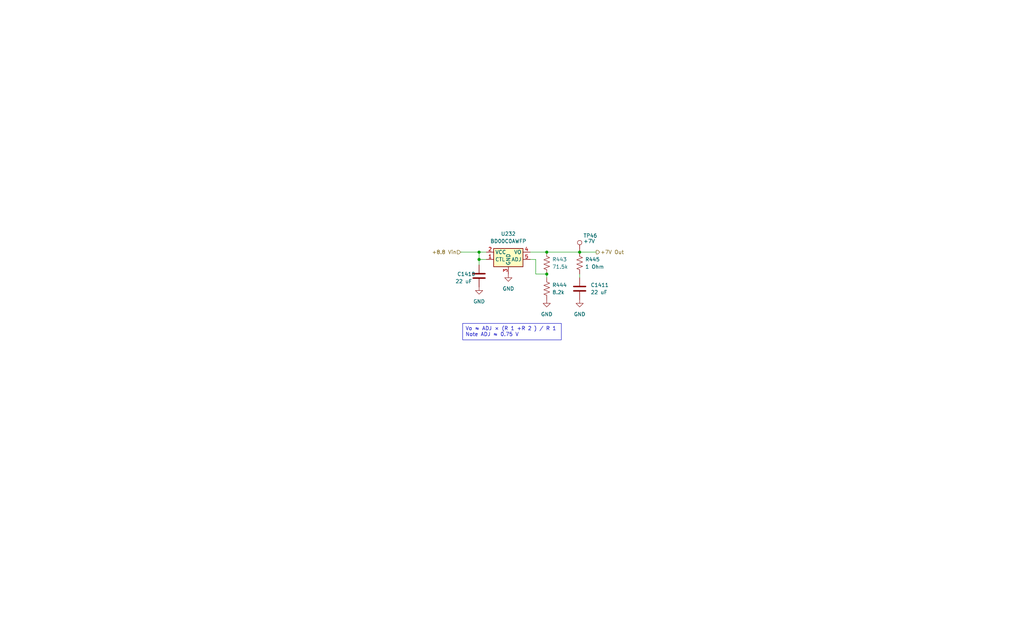
<source format=kicad_sch>
(kicad_sch (version 20231120) (generator "eeschema") (generator_version "8.0")
  (paper "USLegal")
  (title_block (title "ARX 2-Channel Notional BOM Version") (date "2024-07-31") (rev "2.0"))
  (lib_symbols
    (symbol "Connector:TestPoint" (pin_numbers hide) (pin_names (offset 0.762) hide)
      (property "Reference" "TP" (at 0 6.858 0))
      (property "Value" "TestPoint" (at 0 5.08 0))
      (symbol "TestPoint_0_1"
        (circle (center 0 3.302) (radius 0.762))
      )
      (symbol "TestPoint_1_1"
        (pin passive line (at 0 0 90) (length 2.54) (name "1") (number "1"))
      )
    )
    (symbol "Device:C" (pin_numbers hide) (pin_names (offset 0.254))
      (property "Reference" "C" (at 0.635 2.54 0))
      (property "Value" "C" (at 0.635 -2.54 0))
      (symbol "C_0_1"
        (polyline (pts (xy -2.032 -0.762) (xy 2.032 -0.762)) (stroke (width 0.508)))
        (polyline (pts (xy -2.032 0.762) (xy 2.032 0.762)) (stroke (width 0.508)))
      )
      (symbol "C_1_1"
        (pin passive line (at 0 3.81 270) (length 2.794) (name "~") (number "1"))
        (pin passive line (at 0 -3.81 90) (length 2.794) (name "~") (number "2"))
      )
    )
    (symbol "Device:R_US" (pin_numbers hide) (pin_names (offset 0))
      (property "Reference" "R" (at 2.54 0 90))
      (property "Value" "R_US" (at -2.54 0 90))
      (symbol "R_US_0_1"
        (polyline (pts (xy 0 -2.286) (xy 0 -2.54)))
        (polyline (pts (xy 0 2.286) (xy 0 2.54)))
        (polyline (pts (xy 0 -0.762) (xy 1.016 -1.143) (xy 0 -1.524) (xy -1.016 -1.905) (xy 0 -2.286)))
        (polyline (pts (xy 0 0.762) (xy 1.016 0.381) (xy 0 0) (xy -1.016 -0.381) (xy 0 -0.762)))
        (polyline (pts (xy 0 2.286) (xy 1.016 1.905) (xy 0 1.524) (xy -1.016 1.143) (xy 0 0.762)))
      )
      (symbol "R_US_1_1"
        (pin passive line (at 0 3.81 270) (length 1.27) (name "~") (number "1"))
        (pin passive line (at 0 -3.81 90) (length 1.27) (name "~") (number "2"))
      )
    )
    (symbol "LWA_RF:BD00C0AWFP"
      (property "Reference" "U" (at 0 7.62 0))
      (property "Value" "BD00C0AWFP" (at 0 5.08 0))
      (symbol "BD00C0AWFP_1_1"
        (rectangle (start -5.08 -5.08) (end 5.08 1.27) (stroke (width 0.254)) (fill (type background)))
        (pin input line (at -7.62 -2.54 0) (length 2.54) (name "CTL") (number "1"))
        (pin power_in line (at -7.62 0 0) (length 2.54) (name "VCC") (number "2"))
        (pin power_in line (at 0 -7.62 90) (length 2.54) (name "GND") (number "3"))
        (pin power_out line (at 7.62 0 180) (length 2.54) (name "VO") (number "4"))
        (pin input line (at 7.62 -2.54 180) (length 2.54) (name "ADJ") (number "5"))
      )
    )
    (symbol "power:GND" (power) (pin_names (offset 0))
      (property "Value" "GND" (at 0 -3.81 0))
      (symbol "GND_0_1"
        (polyline (pts (xy 0 0) (xy 0 -1.27) (xy 1.27 -1.27) (xy 0 -2.54) (xy -1.27 -1.27) (xy 0 -1.27)))
      )
      (symbol "GND_1_1"
        (pin power_in line (at 0 0 270) (length 0) hide (name "GND") (number "1"))
      )
    )
  )
  (junction (at 166.37 90.17))
  (junction (at 189.865 87.63))
  (junction (at 201.295 87.63))
  (junction (at 189.865 95.25))
  (junction (at 166.37 87.63))
  (wire (pts (xy 201.295 95.25) (xy 201.295 96.52)))
  (wire (pts (xy 184.15 90.17) (xy 186.055 90.17)))
  (wire (pts (xy 166.37 87.63) (xy 168.91 87.63)))
  (wire (pts (xy 184.15 87.63) (xy 189.865 87.63)))
  (wire (pts (xy 166.37 90.17) (xy 166.37 87.63)))
  (wire (pts (xy 186.055 95.25) (xy 186.055 90.17)))
  (wire (pts (xy 201.295 87.63) (xy 207.01 87.63)))
  (wire (pts (xy 166.37 90.17) (xy 166.37 92.075)))
  (wire (pts (xy 189.865 95.25) (xy 186.055 95.25)))
  (wire (pts (xy 189.865 96.52) (xy 189.865 95.25)))
  (wire (pts (xy 160.02 87.63) (xy 166.37 87.63)))
  (wire (pts (xy 189.865 87.63) (xy 201.295 87.63)))
  (wire (pts (xy 168.91 90.17) (xy 166.37 90.17)))
  (text_box "Vo ≈ ADJ × (R 1 +R 2 ) / R 1\nNote ADJ ≈ 0.75 V" (at 160.655 112.395 0) (size 34.29 5.715) (effects (font (size 1.27 1.27)) (justify left top)))
  (hierarchical_label "+7V Out" (shape output) (at 207.01 87.63 0))
  (hierarchical_label "+8.8 Vin" (shape input) (at 160.02 87.63 180))
  (symbol (lib_id "Device:R_US") (at 189.865 91.44 0) (unit 1)
    (property "Reference" "R443" (at 191.77 90.17 0) (effects (justify left)))
    (property "Value" "71.5k" (at 191.77 92.71 0) (effects (justify left)))
    (property "Footprint" "Resistor_SMD:R_0805_2012Metric_Pad1.20x1.40mm_HandSolder" (effects (hide yes)))
    (property "Datasheet" "https://www.yageo.com/upload/media/product/productsearch/datasheet/rchip/PYu-RC_Group_51_RoHS_L_12.pdf" (effects (hide yes)))
    (property "MFGR" "YAGEO" (effects (hide yes)))
    (property "MPN" "RC0805FR-0771K5L" (effects (hide yes)))
    (property "Unit Cost" "0.02" (effects (hide yes)))
    (property "Stock" "229895" (effects (hide yes)))
    (property "Stock Date" "09/19/2023" (effects (hide yes)))
    (property "Desc" "RES 71.5K OHM 1% 1/8W 0805" (effects (hide yes)))
    (property "Power" "1/8W" (effects (hide yes)))
    (property "Tolerance" "1%" (effects (hide yes)))
    (instances (project "ARX" (path "" (reference "R443") (unit 1)) (path "" (reference "R426") (unit 1)) (path "" (reference "R430") (unit 1)) (path "" (reference "R422") (unit 1)) (path "" (reference "R14") (unit 1)) (path "" (reference "R437") (unit 1)) (path "" (reference "R446") (unit 1)) (path "" (reference "R440") (unit 1))))
  )
  (symbol (lib_id "Device:C") (at 201.295 100.33 0) (unit 1)
    (property "Reference" "C1411" (at 205.105 99.06 0) (effects (justify left)))
    (property "Value" "22 uF" (at 205.105 101.6 0) (effects (justify left)))
    (property "Footprint" "Capacitor_SMD:C_1206_3216Metric_Pad1.33x1.80mm_HandSolder" (effects (hide yes)))
    (property "Datasheet" "https://www.yageo.com/upload/media/product/productsearch/datasheet/mlcc/UPY-GPHC_X7R_6.3V-to-50V_18.pdf" (effects (hide yes)))
    (property "MFGR" "Taiyo Yuden" (effects (hide yes)))
    (property "MPN" "EMK316BB7226ML-T" (effects (hide yes)))
    (property "Tolerance" "10%" (effects (hide yes)))
    (property "Voltage Rating" "16 V" (effects (hide yes)))
    (property "Temp Coeff" "X7R" (effects (hide yes)))
    (property "Power" "NA" (effects (hide yes)))
    (property "Unit Cost" "0.75" (effects (hide yes)))
    (property "Stock" "201737" (effects (hide yes)))
    (property "Stock Date" "09/15/2023" (effects (hide yes)))
    (property "Desc" "CAP CER 22UF 16V X7R 1206" (effects (hide yes)))
    (instances (project "ARX" (path "" (reference "C1411") (unit 1)) (path "" (reference "C1403") (unit 1)) (path "" (reference "C1405") (unit 1)) (path "" (reference "C1401") (unit 1)) (path "" (reference "C6") (unit 1)) (path "" (reference "C1407") (unit 1)) (path "" (reference "C1413") (unit 1)) (path "" (reference "C1409") (unit 1))))
  )
  (symbol (lib_id "Connector:TestPoint") (at 201.295 87.63 0) (unit 1)
    (property "Reference" "TP46" (at 202.565 81.915 0) (effects (justify left)))
    (property "Value" "+7V" (at 202.565 83.82 0) (effects (justify left)))
    (property "Footprint" "LWA RF:Harwin_TP_S1751-46R" (effects (hide yes)))
    (property "Datasheet" "https://cdn.harwin.com/pdfs/S1751R.pdf" (effects (hide yes)))
    (property "MFGR" "Harwin Inc." (effects (hide yes)))
    (property "MPN" "S1751-46R" (effects (hide yes)))
    (property "Unit Cost" "0.26" (effects (hide yes)))
    (property "Stock" "137718" (effects (hide yes)))
    (property "Stock Date" "11/23/2023" (effects (hide yes)))
    (property "Desc" "PC TEST POINT NATURAL" (effects (hide yes)))
    (instances (project "ARX" (path "" (reference "TP46") (unit 1)) (path "" (reference "TP42") (unit 1)) (path "" (reference "TP43") (unit 1)) (path "" (reference "TP41") (unit 1)) (path "" (reference "TP12") (unit 1)) (path "" (reference "TP44") (unit 1)) (path "" (reference "TP47") (unit 1)) (path "" (reference "TP45") (unit 1))))
  )
  (symbol (lib_id "Device:C") (at 166.37 95.885 0) (unit 1)
    (property "Reference" "C1410" (at 158.75 95.25 0) (effects (justify left)))
    (property "Value" "22 uF" (at 158.115 97.79 0) (effects (justify left)))
    (property "Footprint" "Capacitor_SMD:C_1206_3216Metric_Pad1.33x1.80mm_HandSolder" (effects (hide yes)))
    (property "Datasheet" "https://www.yageo.com/upload/media/product/productsearch/datasheet/mlcc/UPY-GPHC_X7R_6.3V-to-50V_18.pdf" (effects (hide yes)))
    (property "MFGR" "Taiyo Yuden" (effects (hide yes)))
    (property "MPN" "EMK316BB7226ML-T" (effects (hide yes)))
    (property "Tolerance" "10%" (effects (hide yes)))
    (property "Voltage Rating" "16 V" (effects (hide yes)))
    (property "Temp Coeff" "X7R" (effects (hide yes)))
    (property "Power" "NA" (effects (hide yes)))
    (property "Unit Cost" "0.75" (effects (hide yes)))
    (property "Stock" "201737" (effects (hide yes)))
    (property "Stock Date" "09/15/2023" (effects (hide yes)))
    (property "Desc" "CAP CER 22UF 16V X7R 1206" (effects (hide yes)))
    (instances (project "ARX" (path "" (reference "C1410") (unit 1)) (path "" (reference "C1402") (unit 1)) (path "" (reference "C1404") (unit 1)) (path "" (reference "C1400") (unit 1)) (path "" (reference "C5") (unit 1)) (path "" (reference "C1406") (unit 1)) (path "" (reference "C1412") (unit 1)) (path "" (reference "C1408") (unit 1))))
  )
  (symbol (lib_id "power:GND") (at 176.53 95.25 0) (unit 1)
    (property "Reference" "#PWR01386" (effects (hide yes)))
    (property "Value" "GND" (at 176.53 100.33 0))
    (instances (project "ARX" (path "" (reference "#PWR01386") (unit 1)) (path "" (reference "#PWR01365") (unit 1)) (path "" (reference "#PWR01370") (unit 1)) (path "" (reference "#PWR01360") (unit 1)) (path "" (reference "#PWR039") (unit 1)) (path "" (reference "#PWR01378") (unit 1)) (path "" (reference "#PWR01390") (unit 1)) (path "" (reference "#PWR01382") (unit 1))))
  )
  (symbol (lib_id "power:GND") (at 189.865 104.14 0) (unit 1)
    (property "Reference" "#PWR01387" (effects (hide yes)))
    (property "Value" "GND" (at 189.865 109.22 0))
    (instances (project "ARX" (path "" (reference "#PWR01387") (unit 1)) (path "" (reference "#PWR01366") (unit 1)) (path "" (reference "#PWR01371") (unit 1)) (path "" (reference "#PWR01361") (unit 1)) (path "" (reference "#PWR040") (unit 1)) (path "" (reference "#PWR01379") (unit 1)) (path "" (reference "#PWR01391") (unit 1)) (path "" (reference "#PWR01383") (unit 1))))
  )
  (symbol (lib_id "LWA_RF:BD00C0AWFP") (at 176.53 87.63 0) (unit 1)
    (property "Reference" "U232" (at 176.53 81.28 0))
    (property "Value" "BD00C0AWFP" (at 176.53 83.82 0))
    (property "Footprint" "LWA RF:TO-252-4_Thermal_Vias" (effects (hide yes)))
    (property "Datasheet" "https://fscdn.rohm.com/en/products/databook/datasheet/ic/power/linear_regulator/bdxxfc0wefj-e.pdf" (effects (hide yes)))
    (property "MFGR" "Rohm Semiconductor" (effects (hide yes)))
    (property "MPN" "BD00C0AWFP-CE2" (effects (hide yes)))
    (property "Unit Cost" "1.12" (effects (hide yes)))
    (property "Stock" "3683" (effects (hide yes)))
    (property "Stock Date" "11/23/2023" (effects (hide yes)))
    (property "Desc" "IC REG LINEAR POS ADJ 1A TO252-5" (effects (hide yes)))
    (instances (project "ARX" (path "" (reference "U232") (unit 1)) (path "" (reference "U228") (unit 1)) (path "" (reference "U229") (unit 1)) (path "" (reference "U227") (unit 1)) (path "" (reference "U7") (unit 1)) (path "" (reference "U230") (unit 1)) (path "" (reference "U233") (unit 1)) (path "" (reference "U231") (unit 1))))
  )
  (symbol (lib_id "Device:R_US") (at 189.865 100.33 0) (unit 1)
    (property "Reference" "R444" (at 191.77 99.06 0) (effects (justify left)))
    (property "Value" "8.2k" (at 191.77 101.6 0) (effects (justify left)))
    (property "Footprint" "Resistor_SMD:R_0805_2012Metric_Pad1.20x1.40mm_HandSolder" (effects (hide yes)))
    (property "Datasheet" "https://www.yageo.com/upload/media/product/productsearch/datasheet/rchip/PYu-RC_Group_51_RoHS_L_12.pdf" (effects (hide yes)))
    (property "MFGR" "YAGEO" (effects (hide yes)))
    (property "MPN" "RC0805JR-078K2L" (effects (hide yes)))
    (property "Unit Cost" "0.10" (effects (hide yes)))
    (property "Stock" "1639877" (effects (hide yes)))
    (property "Stock Date" "09/17/2023" (effects (hide yes)))
    (property "Desc" "RES 8.2K OHM 5% 1/8W 0805" (effects (hide yes)))
    (property "Power" "1/8 W" (effects (hide yes)))
    (property "Tolerance" "1%" (effects (hide yes)))
    (instances (project "ARX" (path "" (reference "R444") (unit 1)) (path "" (reference "R427") (unit 1)) (path "" (reference "R431") (unit 1)) (path "" (reference "R423") (unit 1)) (path "" (reference "R15") (unit 1)) (path "" (reference "R438") (unit 1)) (path "" (reference "R447") (unit 1)) (path "" (reference "R441") (unit 1))))
  )
  (symbol (lib_id "power:GND") (at 166.37 99.695 0) (unit 1)
    (property "Reference" "#PWR01385" (effects (hide yes)))
    (property "Value" "GND" (at 166.37 104.775 0))
    (instances (project "ARX" (path "" (reference "#PWR01385") (unit 1)) (path "" (reference "#PWR01364") (unit 1)) (path "" (reference "#PWR01369") (unit 1)) (path "" (reference "#PWR01359") (unit 1)) (path "" (reference "#PWR038") (unit 1)) (path "" (reference "#PWR01377") (unit 1)) (path "" (reference "#PWR01389") (unit 1)) (path "" (reference "#PWR01381") (unit 1))))
  )
  (symbol (lib_id "Device:R_US") (at 201.295 91.44 0) (unit 1)
    (property "Reference" "R445" (at 203.2 90.17 0) (effects (justify left)))
    (property "Value" "1 Ohm" (at 203.2 92.71 0) (effects (justify left)))
    (property "Footprint" "Resistor_SMD:R_0805_2012Metric_Pad1.20x1.40mm_HandSolder" (effects (hide yes)))
    (property "Datasheet" "https://www.yageo.com/upload/media/product/productsearch/datasheet/rchip/PYu-RC_Group_51_RoHS_L_12.pdf" (effects (hide yes)))
    (property "MFGR" "YAGEO" (effects (hide yes)))
    (property "MPN" "RC0805FR-071RL" (effects (hide yes)))
    (property "Unit Cost" "0.10" (effects (hide yes)))
    (property "Stock" "937292" (effects (hide yes)))
    (property "Stock Date" "09/15/2023" (effects (hide yes)))
    (property "Desc" "RES 1 OHM 1% 1/8W 0805" (effects (hide yes)))
    (property "Power" "1/8 W" (effects (hide yes)))
    (property "Tolerance" "1%" (effects (hide yes)))
    (instances (project "ARX" (path "" (reference "R445") (unit 1)) (path "" (reference "R428") (unit 1)) (path "" (reference "R432") (unit 1)) (path "" (reference "R424") (unit 1)) (path "" (reference "R16") (unit 1)) (path "" (reference "R439") (unit 1)) (path "" (reference "R448") (unit 1)) (path "" (reference "R442") (unit 1))))
  )
  (symbol (lib_id "power:GND") (at 201.295 104.14 0) (unit 1)
    (property "Reference" "#PWR01388" (effects (hide yes)))
    (property "Value" "GND" (at 201.295 109.22 0))
    (instances (project "ARX" (path "" (reference "#PWR01388") (unit 1)) (path "" (reference "#PWR01367") (unit 1)) (path "" (reference "#PWR01372") (unit 1)) (path "" (reference "#PWR01362") (unit 1)) (path "" (reference "#PWR041") (unit 1)) (path "" (reference "#PWR01380") (unit 1)) (path "" (reference "#PWR01392") (unit 1)) (path "" (reference "#PWR01384") (unit 1))))
  )
)
</source>
